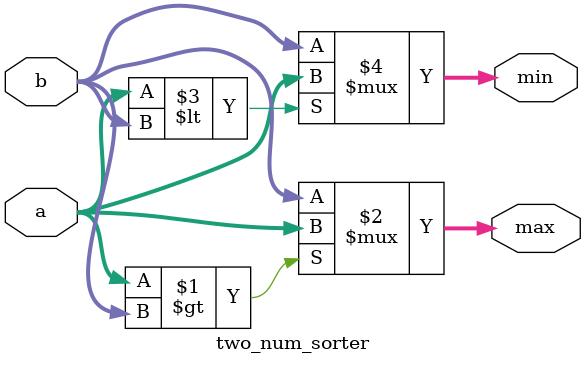
<source format=v>
module two_num_sorter#(parameter DATA_WIDTH=4)
  (a,
   b,
   min,
   max);

  input [DATA_WIDTH-1:0] a;
  input [DATA_WIDTH-1:0] b;
  output [DATA_WIDTH-1:0] min;
  output [DATA_WIDTH-1:0] max;

  assign max = a > b ? a : b;
  assign min = a < b ? a : b;

endmodule

</source>
